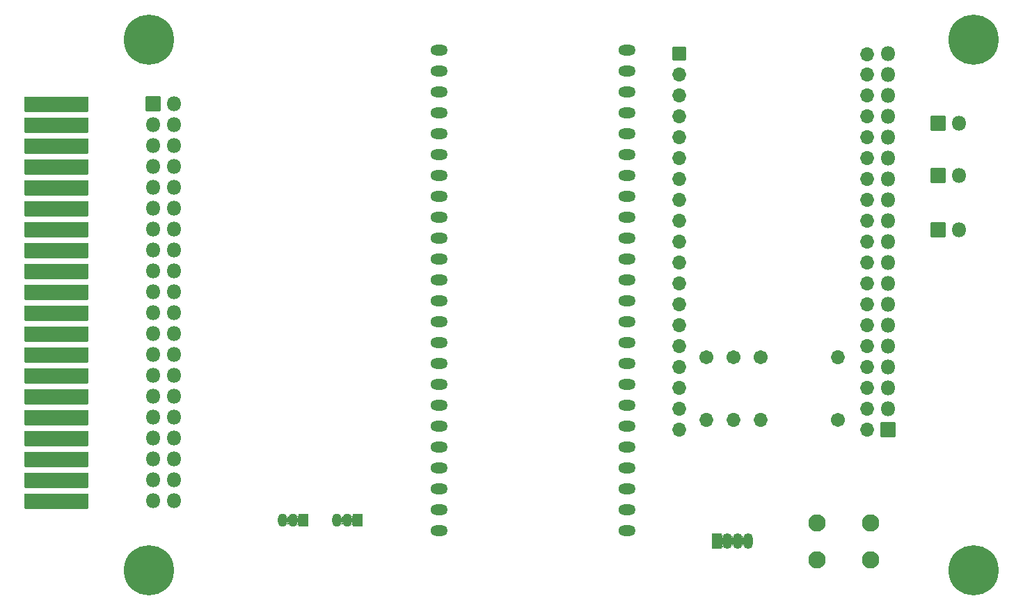
<source format=gbr>
%TF.GenerationSoftware,KiCad,Pcbnew,(6.0.5)*%
%TF.CreationDate,2022-06-11T22:07:10-07:00*%
%TF.ProjectId,TRS-IO-M1,5452532d-494f-42d4-9d31-2e6b69636164,rev?*%
%TF.SameCoordinates,Original*%
%TF.FileFunction,Soldermask,Bot*%
%TF.FilePolarity,Negative*%
%FSLAX46Y46*%
G04 Gerber Fmt 4.6, Leading zero omitted, Abs format (unit mm)*
G04 Created by KiCad (PCBNEW (6.0.5)) date 2022-06-11 22:07:10*
%MOMM*%
%LPD*%
G01*
G04 APERTURE LIST*
G04 Aperture macros list*
%AMRoundRect*
0 Rectangle with rounded corners*
0 $1 Rounding radius*
0 $2 $3 $4 $5 $6 $7 $8 $9 X,Y pos of 4 corners*
0 Add a 4 corners polygon primitive as box body*
4,1,4,$2,$3,$4,$5,$6,$7,$8,$9,$2,$3,0*
0 Add four circle primitives for the rounded corners*
1,1,$1+$1,$2,$3*
1,1,$1+$1,$4,$5*
1,1,$1+$1,$6,$7*
1,1,$1+$1,$8,$9*
0 Add four rect primitives between the rounded corners*
20,1,$1+$1,$2,$3,$4,$5,0*
20,1,$1+$1,$4,$5,$6,$7,0*
20,1,$1+$1,$6,$7,$8,$9,0*
20,1,$1+$1,$8,$9,$2,$3,0*%
G04 Aperture macros list end*
%ADD10RoundRect,0.051000X0.850000X0.850000X-0.850000X0.850000X-0.850000X-0.850000X0.850000X-0.850000X0*%
%ADD11O,1.802000X1.802000*%
%ADD12RoundRect,0.051000X-0.850000X-0.850000X0.850000X-0.850000X0.850000X0.850000X-0.850000X0.850000X0*%
%ADD13RoundRect,0.051000X3.810000X-0.889000X3.810000X0.889000X-3.810000X0.889000X-3.810000X-0.889000X0*%
%ADD14C,6.102000*%
%ADD15C,0.902000*%
%ADD16C,1.702000*%
%ADD17O,1.702000X1.702000*%
%ADD18O,2.102000X1.302000*%
%ADD19RoundRect,0.051000X0.525000X0.750000X-0.525000X0.750000X-0.525000X-0.750000X0.525000X-0.750000X0*%
%ADD20O,1.152000X1.602000*%
%ADD21RoundRect,0.051000X0.850000X-0.850000X0.850000X0.850000X-0.850000X0.850000X-0.850000X-0.850000X0*%
%ADD22RoundRect,0.051000X-0.800000X-0.800000X0.800000X-0.800000X0.800000X0.800000X-0.800000X0.800000X0*%
%ADD23O,1.172000X1.902000*%
%ADD24RoundRect,0.051000X-0.535000X-0.900000X0.535000X-0.900000X0.535000X0.900000X-0.535000X0.900000X0*%
%ADD25C,2.102000*%
G04 APERTURE END LIST*
D10*
%TO.C,J6*%
X208280000Y-108370000D03*
D11*
X208280000Y-105830000D03*
X208280000Y-103290000D03*
X208280000Y-100750000D03*
X208280000Y-98210000D03*
X208280000Y-95670000D03*
X208280000Y-93130000D03*
X208280000Y-90590000D03*
X208280000Y-88050000D03*
X208280000Y-85510000D03*
X208280000Y-82970000D03*
X208280000Y-80430000D03*
X208280000Y-77890000D03*
X208280000Y-75350000D03*
X208280000Y-72810000D03*
X208280000Y-70270000D03*
X208280000Y-67730000D03*
X208280000Y-65190000D03*
X208280000Y-62650000D03*
%TD*%
D12*
%TO.C,J1*%
X118839000Y-68759200D03*
D11*
X121379000Y-68759200D03*
X118839000Y-71299200D03*
X121379000Y-71299200D03*
X118839000Y-73839200D03*
X121379000Y-73839200D03*
X118839000Y-76379200D03*
X121379000Y-76379200D03*
X118839000Y-78919200D03*
X121379000Y-78919200D03*
X118839000Y-81459200D03*
X121379000Y-81459200D03*
X118839000Y-83999200D03*
X121379000Y-83999200D03*
X118839000Y-86539200D03*
X121379000Y-86539200D03*
X118839000Y-89079200D03*
X121379000Y-89079200D03*
X118839000Y-91619200D03*
X121379000Y-91619200D03*
X118839000Y-94159200D03*
X121379000Y-94159200D03*
X118839000Y-96699200D03*
X121379000Y-96699200D03*
X118839000Y-99239200D03*
X121379000Y-99239200D03*
X118839000Y-101779200D03*
X121379000Y-101779200D03*
X118839000Y-104319200D03*
X121379000Y-104319200D03*
X118839000Y-106859200D03*
X121379000Y-106859200D03*
X118839000Y-109399200D03*
X121379000Y-109399200D03*
X118839000Y-111939200D03*
X121379000Y-111939200D03*
X118839000Y-114479200D03*
X121379000Y-114479200D03*
X118839000Y-117019200D03*
X121379000Y-117019200D03*
%TD*%
D13*
%TO.C,J2*%
X107061000Y-68783200D03*
X107061000Y-71323200D03*
X107061000Y-73863200D03*
X107061000Y-76403200D03*
X107061000Y-78943200D03*
X107061000Y-81483200D03*
X107061000Y-84023200D03*
X107061000Y-86563200D03*
X107061000Y-89103200D03*
X107061000Y-91643200D03*
X107061000Y-94183200D03*
X107061000Y-96723200D03*
X107061000Y-99263200D03*
X107061000Y-101803200D03*
X107061000Y-104343200D03*
X107061000Y-106883200D03*
X107061000Y-109423200D03*
X107061000Y-111963200D03*
X107061000Y-114503200D03*
X107061000Y-117043200D03*
%TD*%
D14*
%TO.C,H1*%
X118364000Y-60960000D03*
D15*
X119954990Y-62550990D03*
X116773010Y-59369010D03*
X120614000Y-60960000D03*
X118364000Y-58710000D03*
X116114000Y-60960000D03*
X118364000Y-63210000D03*
X119954990Y-59369010D03*
X116773010Y-62550990D03*
%TD*%
%TO.C,H2*%
X220284990Y-62550990D03*
X220944000Y-60960000D03*
D14*
X218694000Y-60960000D03*
D15*
X216444000Y-60960000D03*
X217103010Y-62550990D03*
X217103010Y-59369010D03*
X220284990Y-59369010D03*
X218694000Y-63210000D03*
X218694000Y-58710000D03*
%TD*%
%TO.C,H3*%
X120614000Y-125476000D03*
X118364000Y-127726000D03*
X119954990Y-123885010D03*
X116773010Y-127066990D03*
D14*
X118364000Y-125476000D03*
D15*
X116114000Y-125476000D03*
X118364000Y-123226000D03*
X119954990Y-127066990D03*
X116773010Y-123885010D03*
%TD*%
%TO.C,H4*%
X220284990Y-123885010D03*
X216444000Y-125476000D03*
X220284990Y-127066990D03*
X218694000Y-127726000D03*
X217103010Y-123885010D03*
X220944000Y-125476000D03*
X218694000Y-123226000D03*
X217103010Y-127066990D03*
D14*
X218694000Y-125476000D03*
%TD*%
D16*
%TO.C,R1*%
X186182000Y-99568000D03*
D17*
X186182000Y-107188000D03*
%TD*%
D16*
%TO.C,R2*%
X192786000Y-99568000D03*
D17*
X192786000Y-107188000D03*
%TD*%
D18*
%TO.C,U5*%
X153650000Y-62230000D03*
X153650000Y-64770000D03*
X153650000Y-67310000D03*
X153650000Y-69850000D03*
X153650000Y-72390000D03*
X153650000Y-74930000D03*
X153650000Y-77470000D03*
X153650000Y-80010000D03*
X153650000Y-82550000D03*
X153650000Y-85090000D03*
X153650000Y-87630000D03*
X153650000Y-90170000D03*
X153650000Y-92710000D03*
X153650000Y-95250000D03*
X153650000Y-97790000D03*
X153650000Y-100330000D03*
X153650000Y-102870000D03*
X153650000Y-105410000D03*
X153650000Y-107950000D03*
X153650000Y-110490000D03*
X153650000Y-113030000D03*
X153650000Y-115570000D03*
X153650000Y-118110000D03*
X153650000Y-120650000D03*
X176550000Y-120650000D03*
X176550000Y-118110000D03*
X176550000Y-115570000D03*
X176550000Y-113030000D03*
X176550000Y-110490000D03*
X176550000Y-107950000D03*
X176550000Y-105410000D03*
X176550000Y-102870000D03*
X176550000Y-100330000D03*
X176550000Y-97790000D03*
X176550000Y-95250000D03*
X176550000Y-92710000D03*
X176550000Y-90170000D03*
X176550000Y-87630000D03*
X176550000Y-85090000D03*
X176550000Y-82550000D03*
X176550000Y-80010000D03*
X176550000Y-77470000D03*
X176550000Y-74930000D03*
X176550000Y-72390000D03*
X176550000Y-69850000D03*
X176550000Y-67310000D03*
X176550000Y-64770000D03*
X176550000Y-62230000D03*
%TD*%
D19*
%TO.C,Q2*%
X143764000Y-119380000D03*
D20*
X142494000Y-119380000D03*
X141224000Y-119380000D03*
%TD*%
D21*
%TO.C,J4*%
X214371000Y-71120000D03*
D11*
X216911000Y-71120000D03*
%TD*%
D22*
%TO.C,U6*%
X182880000Y-62645000D03*
D17*
X182880000Y-65185000D03*
X182880000Y-67725000D03*
X182880000Y-70265000D03*
X182880000Y-72805000D03*
X182880000Y-75345000D03*
X182880000Y-77885000D03*
X182880000Y-80425000D03*
X182880000Y-82965000D03*
X182880000Y-85505000D03*
X182880000Y-88045000D03*
X182880000Y-90585000D03*
X182880000Y-93125000D03*
X182880000Y-95665000D03*
X182880000Y-98205000D03*
X182880000Y-100745000D03*
X182880000Y-103285000D03*
X182880000Y-105825000D03*
X182880000Y-108365000D03*
X205740000Y-108365000D03*
X205740000Y-105825000D03*
X205740000Y-103285000D03*
X205740000Y-100745000D03*
X205740000Y-98205000D03*
X205740000Y-95665000D03*
X205740000Y-93125000D03*
X205740000Y-90585000D03*
X205740000Y-88045000D03*
X205740000Y-85505000D03*
X205740000Y-82965000D03*
X205740000Y-80425000D03*
X205740000Y-77885000D03*
X205740000Y-75345000D03*
X205740000Y-72805000D03*
X205740000Y-70265000D03*
X205740000Y-67725000D03*
X205740000Y-65185000D03*
X205740000Y-62708500D03*
%TD*%
D16*
%TO.C,R4*%
X202184000Y-107188000D03*
D17*
X202184000Y-99568000D03*
%TD*%
D21*
%TO.C,J5*%
X214376000Y-84074000D03*
D11*
X216916000Y-84074000D03*
%TD*%
D21*
%TO.C,J3*%
X214371000Y-77470000D03*
D11*
X216911000Y-77470000D03*
%TD*%
D16*
%TO.C,R3*%
X189484000Y-99568000D03*
D17*
X189484000Y-107188000D03*
%TD*%
D23*
%TO.C,D1*%
X191262000Y-121920000D03*
X189992000Y-121920000D03*
X188722000Y-121920000D03*
D24*
X187452000Y-121920000D03*
%TD*%
D19*
%TO.C,Q1*%
X137160000Y-119380000D03*
D20*
X135890000Y-119380000D03*
X134620000Y-119380000D03*
%TD*%
D25*
%TO.C,SW1*%
X199616000Y-119706000D03*
X206116000Y-119706000D03*
X199616000Y-124206000D03*
X206116000Y-124206000D03*
%TD*%
G36*
X188039919Y-121122267D02*
G01*
X188059595Y-121189279D01*
X188111938Y-121234634D01*
X188180491Y-121244491D01*
X188243647Y-121215648D01*
X188263702Y-121193450D01*
X188285559Y-121162350D01*
X188285880Y-121161993D01*
X188294637Y-121154354D01*
X188296600Y-121153969D01*
X188297915Y-121155476D01*
X188297539Y-121157079D01*
X188216255Y-121263010D01*
X188157916Y-121403854D01*
X188138000Y-121555132D01*
X188138000Y-122284868D01*
X188157916Y-122436146D01*
X188216255Y-122576990D01*
X188295646Y-122680455D01*
X188295907Y-122682438D01*
X188294320Y-122683656D01*
X188292728Y-122683166D01*
X188281790Y-122673420D01*
X188281473Y-122673060D01*
X188264528Y-122648406D01*
X188210578Y-122604506D01*
X188141750Y-122596775D01*
X188079671Y-122627481D01*
X188043962Y-122687018D01*
X188039984Y-122718092D01*
X188038772Y-122719683D01*
X188036788Y-122719429D01*
X188036000Y-122717838D01*
X188036000Y-121122830D01*
X188037000Y-121121098D01*
X188039000Y-121121098D01*
X188039919Y-121122267D01*
G37*
G36*
X189481359Y-121273141D02*
G01*
X189481393Y-121274748D01*
X189427916Y-121403854D01*
X189408000Y-121555132D01*
X189408000Y-122284868D01*
X189427916Y-122436146D01*
X189480204Y-122562380D01*
X189479943Y-122564363D01*
X189478095Y-122565128D01*
X189476708Y-122564278D01*
X189463993Y-122545778D01*
X189463466Y-122545820D01*
X189462730Y-122545220D01*
X189429864Y-122501704D01*
X189364869Y-122477778D01*
X189297259Y-122492789D01*
X189248329Y-122542137D01*
X189242003Y-122555800D01*
X189239504Y-122562209D01*
X189239277Y-122562633D01*
X189236091Y-122567167D01*
X189234277Y-122568009D01*
X189232641Y-122566859D01*
X189232607Y-122565252D01*
X189286084Y-122436146D01*
X189306000Y-122284868D01*
X189306000Y-121555132D01*
X189286084Y-121403854D01*
X189233796Y-121277620D01*
X189234057Y-121275637D01*
X189235905Y-121274872D01*
X189237292Y-121275722D01*
X189250007Y-121294222D01*
X189250534Y-121294180D01*
X189251270Y-121294780D01*
X189284136Y-121338296D01*
X189349131Y-121362222D01*
X189416741Y-121347211D01*
X189465671Y-121297863D01*
X189471997Y-121284200D01*
X189474496Y-121277791D01*
X189474723Y-121277367D01*
X189477909Y-121272833D01*
X189479723Y-121271991D01*
X189481359Y-121273141D01*
G37*
G36*
X190751359Y-121273141D02*
G01*
X190751393Y-121274748D01*
X190697916Y-121403854D01*
X190678000Y-121555132D01*
X190678000Y-122284868D01*
X190697916Y-122436146D01*
X190750204Y-122562380D01*
X190749943Y-122564363D01*
X190748095Y-122565128D01*
X190746708Y-122564278D01*
X190733993Y-122545778D01*
X190733466Y-122545820D01*
X190732730Y-122545220D01*
X190699864Y-122501704D01*
X190634869Y-122477778D01*
X190567259Y-122492789D01*
X190518329Y-122542137D01*
X190512003Y-122555800D01*
X190509504Y-122562209D01*
X190509277Y-122562633D01*
X190506091Y-122567167D01*
X190504277Y-122568009D01*
X190502641Y-122566859D01*
X190502607Y-122565252D01*
X190556084Y-122436146D01*
X190576000Y-122284868D01*
X190576000Y-121555132D01*
X190556084Y-121403854D01*
X190503796Y-121277620D01*
X190504057Y-121275637D01*
X190505905Y-121274872D01*
X190507292Y-121275722D01*
X190520007Y-121294222D01*
X190520534Y-121294180D01*
X190521270Y-121294780D01*
X190554136Y-121338296D01*
X190619131Y-121362222D01*
X190686741Y-121347211D01*
X190735671Y-121297863D01*
X190741997Y-121284200D01*
X190744496Y-121277791D01*
X190744723Y-121277367D01*
X190747909Y-121272833D01*
X190749723Y-121271991D01*
X190751359Y-121273141D01*
G37*
G36*
X136585212Y-118752649D02*
G01*
X136586000Y-118754240D01*
X136586000Y-120005678D01*
X136585000Y-120007410D01*
X136583000Y-120007410D01*
X136582081Y-120006241D01*
X136562405Y-119939229D01*
X136510062Y-119893874D01*
X136441509Y-119884017D01*
X136378352Y-119912860D01*
X136363437Y-119929370D01*
X136361534Y-119929985D01*
X136360050Y-119928644D01*
X136360366Y-119926811D01*
X136387085Y-119891990D01*
X136444424Y-119753558D01*
X136464000Y-119604868D01*
X136464000Y-119155132D01*
X136444424Y-119006442D01*
X136387085Y-118868010D01*
X136356125Y-118827662D01*
X136355864Y-118825679D01*
X136357451Y-118824461D01*
X136358974Y-118824893D01*
X136411421Y-118867572D01*
X136480249Y-118875303D01*
X136542328Y-118844598D01*
X136578038Y-118785061D01*
X136582016Y-118753986D01*
X136583228Y-118752395D01*
X136585212Y-118752649D01*
G37*
G36*
X143189212Y-118752649D02*
G01*
X143190000Y-118754240D01*
X143190000Y-120005678D01*
X143189000Y-120007410D01*
X143187000Y-120007410D01*
X143186081Y-120006241D01*
X143166405Y-119939229D01*
X143114062Y-119893874D01*
X143045509Y-119884017D01*
X142982352Y-119912860D01*
X142967437Y-119929370D01*
X142965534Y-119929985D01*
X142964050Y-119928644D01*
X142964366Y-119926811D01*
X142991085Y-119891990D01*
X143048424Y-119753558D01*
X143068000Y-119604868D01*
X143068000Y-119155132D01*
X143048424Y-119006442D01*
X142991085Y-118868010D01*
X142960125Y-118827662D01*
X142959864Y-118825679D01*
X142961451Y-118824461D01*
X142962974Y-118824893D01*
X143015421Y-118867572D01*
X143084249Y-118875303D01*
X143146328Y-118844598D01*
X143182038Y-118785061D01*
X143186016Y-118753986D01*
X143187228Y-118752395D01*
X143189212Y-118752649D01*
G37*
G36*
X141992076Y-118878004D02*
G01*
X141992110Y-118879611D01*
X141939576Y-119006442D01*
X141920000Y-119155132D01*
X141920000Y-119604868D01*
X141939576Y-119753558D01*
X141990941Y-119877565D01*
X141990680Y-119879548D01*
X141988832Y-119880313D01*
X141987445Y-119879463D01*
X141982707Y-119872570D01*
X141982484Y-119872144D01*
X141973930Y-119849506D01*
X141932008Y-119794002D01*
X141867013Y-119770075D01*
X141799403Y-119785087D01*
X141750474Y-119834436D01*
X141744149Y-119848094D01*
X141732689Y-119877487D01*
X141732462Y-119877910D01*
X141729374Y-119882304D01*
X141727560Y-119883146D01*
X141725924Y-119881996D01*
X141725890Y-119880389D01*
X141778424Y-119753558D01*
X141798000Y-119604868D01*
X141798000Y-119155132D01*
X141778424Y-119006442D01*
X141727059Y-118882435D01*
X141727320Y-118880452D01*
X141729168Y-118879687D01*
X141730555Y-118880537D01*
X141735293Y-118887430D01*
X141735516Y-118887856D01*
X141744070Y-118910494D01*
X141785992Y-118965998D01*
X141850987Y-118989925D01*
X141918597Y-118974913D01*
X141967526Y-118925564D01*
X141973851Y-118911906D01*
X141985311Y-118882513D01*
X141985538Y-118882090D01*
X141988626Y-118877696D01*
X141990440Y-118876854D01*
X141992076Y-118878004D01*
G37*
G36*
X135388076Y-118878004D02*
G01*
X135388110Y-118879611D01*
X135335576Y-119006442D01*
X135316000Y-119155132D01*
X135316000Y-119604868D01*
X135335576Y-119753558D01*
X135386941Y-119877565D01*
X135386680Y-119879548D01*
X135384832Y-119880313D01*
X135383445Y-119879463D01*
X135378707Y-119872570D01*
X135378484Y-119872144D01*
X135369930Y-119849506D01*
X135328008Y-119794002D01*
X135263013Y-119770075D01*
X135195403Y-119785087D01*
X135146474Y-119834436D01*
X135140149Y-119848094D01*
X135128689Y-119877487D01*
X135128462Y-119877910D01*
X135125374Y-119882304D01*
X135123560Y-119883146D01*
X135121924Y-119881996D01*
X135121890Y-119880389D01*
X135174424Y-119753558D01*
X135194000Y-119604868D01*
X135194000Y-119155132D01*
X135174424Y-119006442D01*
X135123059Y-118882435D01*
X135123320Y-118880452D01*
X135125168Y-118879687D01*
X135126555Y-118880537D01*
X135131293Y-118887430D01*
X135131516Y-118887856D01*
X135140070Y-118910494D01*
X135181992Y-118965998D01*
X135246987Y-118989925D01*
X135314597Y-118974913D01*
X135363526Y-118925564D01*
X135369851Y-118911906D01*
X135381311Y-118882513D01*
X135381538Y-118882090D01*
X135384626Y-118877696D01*
X135386440Y-118876854D01*
X135388076Y-118878004D01*
G37*
M02*

</source>
